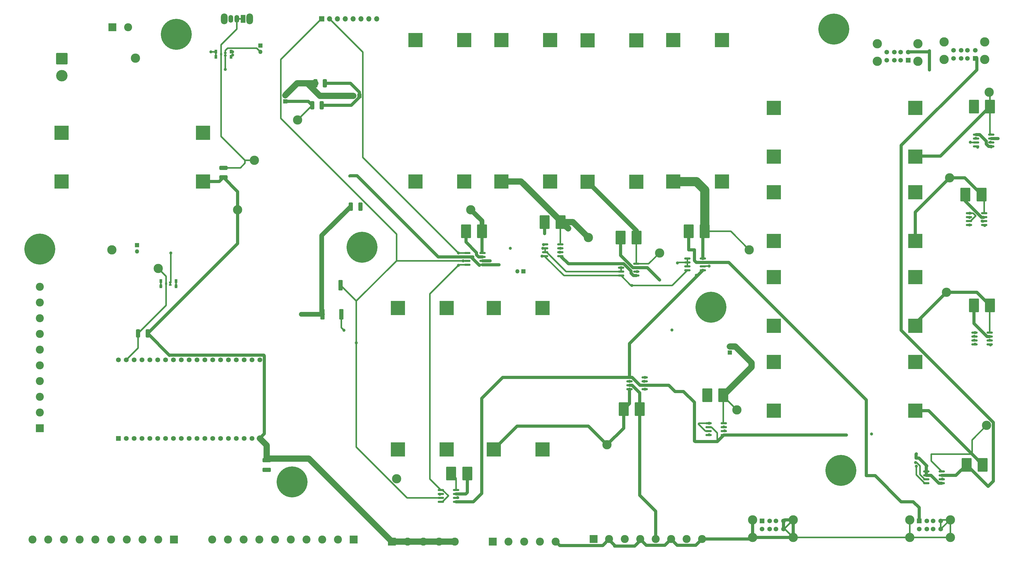
<source format=gtl>
%TF.GenerationSoftware,KiCad,Pcbnew,6.0.2+dfsg-1*%
%TF.CreationDate,2022-08-02T12:08:55-04:00*%
%TF.ProjectId,augertapowermanagement,61756765-7274-4617-906f-7765726d616e,rev?*%
%TF.SameCoordinates,Original*%
%TF.FileFunction,Copper,L1,Top*%
%TF.FilePolarity,Positive*%
%FSLAX46Y46*%
G04 Gerber Fmt 4.6, Leading zero omitted, Abs format (unit mm)*
G04 Created by KiCad (PCBNEW 6.0.2+dfsg-1) date 2022-08-02 12:08:55*
%MOMM*%
%LPD*%
G01*
G04 APERTURE LIST*
G04 Aperture macros list*
%AMRoundRect*
0 Rectangle with rounded corners*
0 $1 Rounding radius*
0 $2 $3 $4 $5 $6 $7 $8 $9 X,Y pos of 4 corners*
0 Add a 4 corners polygon primitive as box body*
4,1,4,$2,$3,$4,$5,$6,$7,$8,$9,$2,$3,0*
0 Add four circle primitives for the rounded corners*
1,1,$1+$1,$2,$3*
1,1,$1+$1,$4,$5*
1,1,$1+$1,$6,$7*
1,1,$1+$1,$8,$9*
0 Add four rect primitives between the rounded corners*
20,1,$1+$1,$2,$3,$4,$5,0*
20,1,$1+$1,$4,$5,$6,$7,0*
20,1,$1+$1,$6,$7,$8,$9,0*
20,1,$1+$1,$8,$9,$2,$3,0*%
G04 Aperture macros list end*
%TA.AperFunction,ComponentPad*%
%ADD10C,10.000000*%
%TD*%
%TA.AperFunction,SMDPad,CuDef*%
%ADD11RoundRect,0.150000X-0.825000X-0.150000X0.825000X-0.150000X0.825000X0.150000X-0.825000X0.150000X0*%
%TD*%
%TA.AperFunction,ComponentPad*%
%ADD12R,2.600000X2.600000*%
%TD*%
%TA.AperFunction,ComponentPad*%
%ADD13C,2.600000*%
%TD*%
%TA.AperFunction,ComponentPad*%
%ADD14C,3.000000*%
%TD*%
%TA.AperFunction,ComponentPad*%
%ADD15R,1.350000X1.350000*%
%TD*%
%TA.AperFunction,ComponentPad*%
%ADD16O,1.350000X1.350000*%
%TD*%
%TA.AperFunction,ComponentPad*%
%ADD17RoundRect,0.250002X-1.599998X-1.599998X1.599998X-1.599998X1.599998X1.599998X-1.599998X1.599998X0*%
%TD*%
%TA.AperFunction,ComponentPad*%
%ADD18C,3.700000*%
%TD*%
%TA.AperFunction,ComponentPad*%
%ADD19R,4.572000X4.572000*%
%TD*%
%TA.AperFunction,SMDPad,CuDef*%
%ADD20RoundRect,0.250000X-1.350000X-1.975000X1.350000X-1.975000X1.350000X1.975000X-1.350000X1.975000X0*%
%TD*%
%TA.AperFunction,SMDPad,CuDef*%
%ADD21RoundRect,0.250000X-0.412500X-1.100000X0.412500X-1.100000X0.412500X1.100000X-0.412500X1.100000X0*%
%TD*%
%TA.AperFunction,SMDPad,CuDef*%
%ADD22RoundRect,0.250000X0.400000X1.075000X-0.400000X1.075000X-0.400000X-1.075000X0.400000X-1.075000X0*%
%TD*%
%TA.AperFunction,SMDPad,CuDef*%
%ADD23RoundRect,0.250000X1.075000X-0.400000X1.075000X0.400000X-1.075000X0.400000X-1.075000X-0.400000X0*%
%TD*%
%TA.AperFunction,SMDPad,CuDef*%
%ADD24R,0.900000X1.250000*%
%TD*%
%TA.AperFunction,SMDPad,CuDef*%
%ADD25R,0.650000X0.650000*%
%TD*%
%TA.AperFunction,SMDPad,CuDef*%
%ADD26R,0.820000X0.600000*%
%TD*%
%TA.AperFunction,SMDPad,CuDef*%
%ADD27RoundRect,0.250000X1.350000X1.975000X-1.350000X1.975000X-1.350000X-1.975000X1.350000X-1.975000X0*%
%TD*%
%TA.AperFunction,SMDPad,CuDef*%
%ADD28RoundRect,0.250000X-1.100000X0.412500X-1.100000X-0.412500X1.100000X-0.412500X1.100000X0.412500X0*%
%TD*%
%TA.AperFunction,ComponentPad*%
%ADD29R,1.500000X1.500000*%
%TD*%
%TA.AperFunction,ComponentPad*%
%ADD30C,1.500000*%
%TD*%
%TA.AperFunction,SMDPad,CuDef*%
%ADD31RoundRect,0.249999X-0.450001X-1.425001X0.450001X-1.425001X0.450001X1.425001X-0.450001X1.425001X0*%
%TD*%
%TA.AperFunction,ComponentPad*%
%ADD32O,2.200000X3.500000*%
%TD*%
%TA.AperFunction,ComponentPad*%
%ADD33R,1.500000X2.500000*%
%TD*%
%TA.AperFunction,ComponentPad*%
%ADD34O,1.500000X2.500000*%
%TD*%
%TA.AperFunction,ComponentPad*%
%ADD35R,1.700000X1.700000*%
%TD*%
%TA.AperFunction,ComponentPad*%
%ADD36O,1.700000X1.700000*%
%TD*%
%TA.AperFunction,SMDPad,CuDef*%
%ADD37RoundRect,0.250000X-0.400000X-1.075000X0.400000X-1.075000X0.400000X1.075000X-0.400000X1.075000X0*%
%TD*%
%TA.AperFunction,ComponentPad*%
%ADD38R,1.560000X1.560000*%
%TD*%
%TA.AperFunction,ComponentPad*%
%ADD39C,1.560000*%
%TD*%
%TA.AperFunction,SMDPad,CuDef*%
%ADD40RoundRect,0.150000X0.825000X0.150000X-0.825000X0.150000X-0.825000X-0.150000X0.825000X-0.150000X0*%
%TD*%
%TA.AperFunction,ViaPad*%
%ADD41C,1.000000*%
%TD*%
%TA.AperFunction,Conductor*%
%ADD42C,1.000000*%
%TD*%
%TA.AperFunction,Conductor*%
%ADD43C,2.000000*%
%TD*%
%TA.AperFunction,Conductor*%
%ADD44C,0.500000*%
%TD*%
%TA.AperFunction,Conductor*%
%ADD45C,1.500000*%
%TD*%
%TA.AperFunction,Conductor*%
%ADD46C,3.000000*%
%TD*%
G04 APERTURE END LIST*
D10*
%TO.P,REF\u002A\u002A,1*%
%TO.N,-BATT*%
X303600000Y-334500000D03*
%TD*%
%TO.P,REF\u002A\u002A,1*%
%TO.N,-BATT*%
X190800000Y-315100000D03*
%TD*%
%TO.P,REF\u002A\u002A,1*%
%TO.N,-BATT*%
X130800000Y-246300000D03*
%TD*%
%TO.P,REF\u002A\u002A,1*%
%TO.N,-BATT*%
X345600000Y-387300000D03*
%TD*%
%TO.P,REF\u002A\u002A,1*%
%TO.N,-BATT*%
X86700000Y-315700000D03*
%TD*%
%TO.P,REF\u002A\u002A,1*%
%TO.N,-BATT*%
X343300000Y-244600000D03*
%TD*%
%TO.P,REF\u002A\u002A,1*%
%TO.N,-BATT*%
X168200000Y-391000000D03*
%TD*%
D11*
%TO.P,U14,1,A1*%
%TO.N,/power_conversion/SDA*%
X386997000Y-304125000D03*
%TO.P,U14,2,A0*%
%TO.N,-BATT*%
X386997000Y-305395000D03*
%TO.P,U14,3,SDA*%
%TO.N,/power_conversion/SDA*%
X386997000Y-306665000D03*
%TO.P,U14,4,SCL*%
%TO.N,/power_conversion/SCL*%
X386997000Y-307935000D03*
%TO.P,U14,5,VS*%
%TO.N,/power_conversion/pi 5v*%
X391947000Y-307935000D03*
%TO.P,U14,6,GND*%
%TO.N,-BATT*%
X391947000Y-306665000D03*
%TO.P,U14,7,IN-*%
%TO.N,/power_conversion/pi3*%
X391947000Y-305395000D03*
%TO.P,U14,8,IN+*%
%TO.N,Net-(R8-Pad2)*%
X391947000Y-304125000D03*
%TD*%
D12*
%TO.P,J10,1,Pin_1*%
%TO.N,Net-(J10-Pad1)*%
X130048000Y-409651000D03*
D13*
%TO.P,J10,2,Pin_2*%
%TO.N,Net-(J10-Pad2)*%
X124968000Y-409651000D03*
%TO.P,J10,3,Pin_3*%
%TO.N,Net-(J10-Pad3)*%
X119888000Y-409651000D03*
%TO.P,J10,4,Pin_4*%
%TO.N,Net-(J10-Pad4)*%
X114808000Y-409651000D03*
%TO.P,J10,5,Pin_5*%
%TO.N,Net-(J10-Pad5)*%
X109728000Y-409651000D03*
%TO.P,J10,6,Pin_6*%
%TO.N,Net-(J10-Pad6)*%
X104648000Y-409651000D03*
%TO.P,J10,7,Pin_7*%
%TO.N,Net-(J10-Pad7)*%
X99568000Y-409651000D03*
%TO.P,J10,8,Pin_8*%
%TO.N,Net-(J10-Pad8)*%
X94488000Y-409651000D03*
%TO.P,J10,9,Pin_9*%
%TO.N,Net-(J10-Pad9)*%
X89408000Y-409651000D03*
%TO.P,J10,10,Pin_10*%
%TO.N,/power_conversion/pi 5v*%
X84328000Y-409651000D03*
%TD*%
D14*
%TO.P,TP6,1,1*%
%TO.N,Net-(F1-Pad2)*%
X312000000Y-367750000D03*
%TD*%
D15*
%TO.P,JP5,1,A*%
%TO.N,+BATT*%
X157936000Y-249952000D03*
D16*
%TO.P,JP5,2,B*%
%TO.N,Net-(JP1-Pad1)*%
X157936000Y-251952000D03*
%TD*%
D17*
%TO.P,J2,1,1*%
%TO.N,-BATT*%
X93800000Y-254175000D03*
D18*
%TO.P,J2,2,2*%
%TO.N,+BATT*%
X93800000Y-259675000D03*
%TD*%
D19*
%TO.P,U8,1,Vin*%
%TO.N,Net-(F1-Pad2)*%
X323940000Y-270126000D03*
%TO.P,U8,2,GND*%
%TO.N,-BATT*%
X323940000Y-285874000D03*
%TO.P,U8,3,GND*%
X369660000Y-270126000D03*
%TO.P,U8,4,Vout*%
%TO.N,Net-(R6-Pad2)*%
X369660000Y-285874000D03*
%TD*%
D12*
%TO.P,J9,1,Pin_1*%
%TO.N,Net-(J9-Pad1)*%
X200439000Y-410261000D03*
D13*
%TO.P,J9,2,Pin_2*%
X205519000Y-410261000D03*
%TO.P,J9,3,Pin_3*%
X210599000Y-410261000D03*
%TO.P,J9,4,Pin_4*%
X215679000Y-410261000D03*
%TO.P,J9,5,Pin_5*%
X220759000Y-410261000D03*
%TD*%
D20*
%TO.P,R15,1*%
%TO.N,/power_conversion/spare2*%
X386208000Y-385456000D03*
%TO.P,R15,2*%
%TO.N,Net-(R15-Pad2)*%
X391408000Y-385456000D03*
%TD*%
D14*
%TO.P,TP9,1,1*%
%TO.N,Net-(R4-Pad2)*%
X379708000Y-329706000D03*
%TD*%
D20*
%TO.P,R3,1*%
%TO.N,/power_conversion/routerp*%
X302400000Y-363000000D03*
%TO.P,R3,2*%
%TO.N,Net-(F1-Pad2)*%
X307600000Y-363000000D03*
%TD*%
D11*
%TO.P,U3,1,A1*%
%TO.N,/power_conversion/SDA*%
X302839000Y-372017000D03*
%TO.P,U3,2,A0*%
%TO.N,/power_conversion/pi 5v*%
X302839000Y-373287000D03*
%TO.P,U3,3,SDA*%
%TO.N,/power_conversion/SDA*%
X302839000Y-374557000D03*
%TO.P,U3,4,SCL*%
%TO.N,/power_conversion/SCL*%
X302839000Y-375827000D03*
%TO.P,U3,5,VS*%
%TO.N,/power_conversion/pi 5v*%
X307789000Y-375827000D03*
%TO.P,U3,6,GND*%
%TO.N,-BATT*%
X307789000Y-374557000D03*
%TO.P,U3,7,IN-*%
%TO.N,/power_conversion/routerp*%
X307789000Y-373287000D03*
%TO.P,U3,8,IN+*%
%TO.N,Net-(F1-Pad2)*%
X307789000Y-372017000D03*
%TD*%
D19*
%TO.P,U9,1,Vin*%
%TO.N,Net-(F1-Pad2)*%
X251644666Y-248140000D03*
%TO.P,U9,2,GND*%
%TO.N,-BATT*%
X235896666Y-248140000D03*
%TO.P,U9,3,GND*%
X251644666Y-293860000D03*
%TO.P,U9,4,Vout*%
%TO.N,Net-(R7-Pad2)*%
X235896666Y-293860000D03*
%TD*%
D14*
%TO.P,TP12,1,1*%
%TO.N,Net-(R7-Pad2)*%
X264000000Y-312000000D03*
%TD*%
D19*
%TO.P,U12,1,Vin*%
%TO.N,Net-(F1-Pad2)*%
X323940000Y-297394000D03*
%TO.P,U12,2,GND*%
%TO.N,-BATT*%
X323940000Y-313142000D03*
%TO.P,U12,3,GND*%
X369660000Y-297394000D03*
%TO.P,U12,4,Vout*%
%TO.N,Net-(R8-Pad2)*%
X369660000Y-313142000D03*
%TD*%
D20*
%TO.P,R7,1*%
%TO.N,/power_conversion/N2*%
X249800000Y-307000000D03*
%TO.P,R7,2*%
%TO.N,Net-(R7-Pad2)*%
X255000000Y-307000000D03*
%TD*%
D21*
%TO.P,C1,1*%
%TO.N,/power_conversion/pi 5v*%
X187159500Y-302006000D03*
%TO.P,C1,2*%
%TO.N,-BATT*%
X190284500Y-302006000D03*
%TD*%
D22*
%TO.P,R1,1*%
%TO.N,Net-(J9-Pad1)*%
X121550000Y-343000000D03*
%TO.P,R1,2*%
%TO.N,Net-(Q2-Pad2)*%
X118450000Y-343000000D03*
%TD*%
D19*
%TO.P,U4,1,Vin*%
%TO.N,Net-(F1-Pad2)*%
X323940000Y-324826000D03*
%TO.P,U4,2,GND*%
%TO.N,-BATT*%
X323940000Y-340574000D03*
%TO.P,U4,3,GND*%
X369660000Y-324826000D03*
%TO.P,U4,4,Vout*%
%TO.N,Net-(R4-Pad2)*%
X369660000Y-340574000D03*
%TD*%
D14*
%TO.P,TP7,1,1*%
%TO.N,Net-(F1-Pad1)*%
X170000000Y-274000000D03*
%TD*%
%TO.P,TP3,1,1*%
%TO.N,Net-(Q1-Pad2)*%
X156000000Y-287000000D03*
%TD*%
D20*
%TO.P,R5,1*%
%TO.N,/power_conversion/N1*%
X224400000Y-310000000D03*
%TO.P,R5,2*%
%TO.N,Net-(R5-Pad2)*%
X229600000Y-310000000D03*
%TD*%
D14*
%TO.P,TP5,1,1*%
%TO.N,Net-(J9-Pad1)*%
X150622000Y-303022000D03*
%TD*%
D23*
%TO.P,R2,1*%
%TO.N,Net-(J9-Pad1)*%
X146000000Y-292550000D03*
%TO.P,R2,2*%
%TO.N,Net-(Q1-Pad2)*%
X146000000Y-289450000D03*
%TD*%
D19*
%TO.P,U5,1,Vin*%
%TO.N,Net-(F1-Pad2)*%
X223874000Y-248140000D03*
%TO.P,U5,2,GND*%
%TO.N,-BATT*%
X208126000Y-248140000D03*
%TO.P,U5,3,GND*%
X223874000Y-293860000D03*
%TO.P,U5,4,Vout*%
%TO.N,Net-(R5-Pad2)*%
X208126000Y-293860000D03*
%TD*%
D14*
%TO.P,TP16,1,1*%
%TO.N,Net-(R11-Pad2)*%
X316000000Y-316000000D03*
%TD*%
D20*
%TO.P,R6,1*%
%TO.N,/power_conversion/pi2*%
X388590000Y-269708000D03*
%TO.P,R6,2*%
%TO.N,Net-(R6-Pad2)*%
X393790000Y-269708000D03*
%TD*%
D19*
%TO.P,U20,1,Vin*%
%TO.N,Net-(JP3-Pad1)*%
X249174000Y-334772000D03*
%TO.P,U20,2,GND*%
%TO.N,-BATT*%
X233426000Y-334772000D03*
%TO.P,U20,3,GND*%
X249174000Y-380492000D03*
%TO.P,U20,4,Vout*%
%TO.N,Net-(R14-Pad2)*%
X233426000Y-380492000D03*
%TD*%
D11*
%TO.P,U10,1,A1*%
%TO.N,/power_conversion/pi 5v*%
X389283000Y-278725000D03*
%TO.P,U10,2,A0*%
%TO.N,-BATT*%
X389283000Y-279995000D03*
%TO.P,U10,3,SDA*%
%TO.N,/power_conversion/SDA*%
X389283000Y-281265000D03*
%TO.P,U10,4,SCL*%
%TO.N,/power_conversion/SCL*%
X389283000Y-282535000D03*
%TO.P,U10,5,VS*%
%TO.N,/power_conversion/pi 5v*%
X394233000Y-282535000D03*
%TO.P,U10,6,GND*%
%TO.N,-BATT*%
X394233000Y-281265000D03*
%TO.P,U10,7,IN-*%
%TO.N,/power_conversion/pi2*%
X394233000Y-279995000D03*
%TO.P,U10,8,IN+*%
%TO.N,Net-(R6-Pad2)*%
X394233000Y-278725000D03*
%TD*%
D15*
%TO.P,JP6,1,A*%
%TO.N,Net-(F1-Pad2)*%
X190000000Y-266208000D03*
D16*
%TO.P,JP6,2,B*%
%TO.N,/power_conversion/battery+*%
X188000000Y-266208000D03*
%TD*%
D14*
%TO.P,TP15,1,1*%
%TO.N,Net-(R10-Pad2)*%
X202000000Y-390000000D03*
%TD*%
%TO.P,TP1,1,1*%
%TO.N,+BATT*%
X117602000Y-254000000D03*
%TD*%
D19*
%TO.P,U13,1,Vin*%
%TO.N,Net-(F1-Pad2)*%
X279474000Y-248240000D03*
%TO.P,U13,2,GND*%
%TO.N,-BATT*%
X263726000Y-248240000D03*
%TO.P,U13,3,GND*%
X279474000Y-293960000D03*
%TO.P,U13,4,Vout*%
%TO.N,Net-(R9-Pad2)*%
X263726000Y-293960000D03*
%TD*%
D11*
%TO.P,U15,1,A1*%
%TO.N,/power_conversion/pi 5v*%
X274525000Y-320509000D03*
%TO.P,U15,2,A0*%
%TO.N,/power_conversion/SDA*%
X274525000Y-321779000D03*
%TO.P,U15,3,SDA*%
X274525000Y-323049000D03*
%TO.P,U15,4,SCL*%
%TO.N,/power_conversion/SCL*%
X274525000Y-324319000D03*
%TO.P,U15,5,VS*%
%TO.N,/power_conversion/pi 5v*%
X279475000Y-324319000D03*
%TO.P,U15,6,GND*%
%TO.N,-BATT*%
X279475000Y-323049000D03*
%TO.P,U15,7,IN-*%
%TO.N,/power_conversion/N3*%
X279475000Y-321779000D03*
%TO.P,U15,8,IN+*%
%TO.N,Net-(R9-Pad2)*%
X279475000Y-320509000D03*
%TD*%
D12*
%TO.P,J8,1,Pin_1*%
%TO.N,Net-(J8-Pad1)*%
X86705000Y-373660000D03*
D13*
%TO.P,J8,2,Pin_2*%
%TO.N,Net-(J8-Pad2)*%
X86705000Y-368580000D03*
%TO.P,J8,3,Pin_3*%
%TO.N,Net-(J8-Pad3)*%
X86705000Y-363500000D03*
%TO.P,J8,4,Pin_4*%
%TO.N,Net-(J8-Pad4)*%
X86705000Y-358420000D03*
%TO.P,J8,5,Pin_5*%
%TO.N,Net-(J8-Pad5)*%
X86705000Y-353340000D03*
%TO.P,J8,6,Pin_6*%
%TO.N,Net-(J8-Pad6)*%
X86705000Y-348260000D03*
%TO.P,J8,7,Pin_7*%
%TO.N,Net-(J8-Pad7)*%
X86705000Y-343180000D03*
%TO.P,J8,8,Pin_8*%
%TO.N,Net-(J8-Pad8)*%
X86705000Y-338100000D03*
%TO.P,J8,9,Pin_9*%
%TO.N,Net-(J8-Pad9)*%
X86705000Y-333020000D03*
%TO.P,J8,10,Pin_10*%
%TO.N,Net-(J8-Pad10)*%
X86705000Y-327940000D03*
%TD*%
D11*
%TO.P,U7,1,A1*%
%TO.N,/power_conversion/SCL*%
X224839000Y-316985000D03*
%TO.P,U7,2,A0*%
%TO.N,/power_conversion/pi 5v*%
X224839000Y-318255000D03*
%TO.P,U7,3,SDA*%
%TO.N,/power_conversion/SDA*%
X224839000Y-319525000D03*
%TO.P,U7,4,SCL*%
%TO.N,/power_conversion/SCL*%
X224839000Y-320795000D03*
%TO.P,U7,5,VS*%
%TO.N,/power_conversion/pi 5v*%
X229789000Y-320795000D03*
%TO.P,U7,6,GND*%
%TO.N,-BATT*%
X229789000Y-319525000D03*
%TO.P,U7,7,IN-*%
%TO.N,/power_conversion/N1*%
X229789000Y-318255000D03*
%TO.P,U7,8,IN+*%
%TO.N,Net-(R5-Pad2)*%
X229789000Y-316985000D03*
%TD*%
D12*
%TO.P,J1,1,Pin_1*%
%TO.N,-BATT*%
X110155000Y-244005000D03*
D13*
%TO.P,J1,2,Pin_2*%
%TO.N,+BATT*%
X115235000Y-244005000D03*
%TD*%
D14*
%TO.P,TP17,1,1*%
%TO.N,Net-(R14-Pad2)*%
X270000000Y-379000000D03*
%TD*%
D20*
%TO.P,R4,1*%
%TO.N,/power_conversion/pi1*%
X388590000Y-333970000D03*
%TO.P,R4,2*%
%TO.N,Net-(R4-Pad2)*%
X393790000Y-333970000D03*
%TD*%
D14*
%TO.P,TP13,1,1*%
%TO.N,Net-(R8-Pad2)*%
X380708000Y-292706000D03*
%TD*%
D24*
%TO.P,Q2,1,D*%
%TO.N,Net-(JP1-Pad1)*%
X130725000Y-327723000D03*
X125815000Y-327723000D03*
X130725000Y-326073000D03*
X125815000Y-326073000D03*
D25*
%TO.P,Q2,2,G*%
%TO.N,Net-(Q2-Pad2)*%
X127505000Y-326898000D03*
D26*
%TO.P,Q2,3,S*%
%TO.N,/power_conversion/battery+*%
X128895000Y-327313000D03*
X128895000Y-326483000D03*
%TD*%
D27*
%TO.P,R10,1*%
%TO.N,/power_conversion/netpw*%
X224850000Y-388250000D03*
%TO.P,R10,2*%
%TO.N,Net-(R10-Pad2)*%
X219650000Y-388250000D03*
%TD*%
D28*
%TO.P,C2,1*%
%TO.N,Net-(J9-Pad1)*%
X160000000Y-384000000D03*
%TO.P,C2,2*%
%TO.N,-BATT*%
X160000000Y-387125000D03*
%TD*%
D29*
%TO.P,J6,1,VBUS1*%
%TO.N,/power_conversion/pi2*%
X367400000Y-254680000D03*
D30*
%TO.P,J6,2,D1-*%
%TO.N,unconnected-(J6-Pad2)*%
X364900000Y-254680000D03*
%TO.P,J6,3,D1+*%
%TO.N,unconnected-(J6-Pad3)*%
X362900000Y-254680000D03*
%TO.P,J6,4,GND1*%
%TO.N,-BATT*%
X360400000Y-254680000D03*
%TO.P,J6,5,VBUS2*%
%TO.N,/power_conversion/pi1*%
X367400000Y-252060000D03*
%TO.P,J6,6,D2-*%
%TO.N,unconnected-(J6-Pad6)*%
X364900000Y-252060000D03*
%TO.P,J6,7,D2+*%
%TO.N,unconnected-(J6-Pad7)*%
X362900000Y-252060000D03*
%TO.P,J6,8,GND2*%
%TO.N,-BATT*%
X360400000Y-252060000D03*
D14*
%TO.P,J6,9,Shield*%
X370470000Y-255030000D03*
X357330000Y-255030000D03*
X357330000Y-249350000D03*
X370470000Y-249350000D03*
%TD*%
D15*
%TO.P,JP3,1,A*%
%TO.N,Net-(JP3-Pad1)*%
X243000000Y-322900000D03*
D16*
%TO.P,JP3,2,B*%
%TO.N,Net-(F1-Pad2)*%
X241000000Y-322900000D03*
%TD*%
D19*
%TO.P,U17,1,Vin*%
%TO.N,Net-(F1-Pad2)*%
X307186000Y-248140000D03*
%TO.P,U17,2,GND*%
%TO.N,-BATT*%
X291438000Y-248140000D03*
%TO.P,U17,3,GND*%
X307186000Y-293860000D03*
%TO.P,U17,4,Vout*%
%TO.N,Net-(R11-Pad2)*%
X291438000Y-293860000D03*
%TD*%
D11*
%TO.P,U18,1,A1*%
%TO.N,/power_conversion/SCL*%
X216275000Y-393595000D03*
%TO.P,U18,2,A0*%
%TO.N,-BATT*%
X216275000Y-394865000D03*
%TO.P,U18,3,SDA*%
%TO.N,/power_conversion/SDA*%
X216275000Y-396135000D03*
%TO.P,U18,4,SCL*%
%TO.N,/power_conversion/SCL*%
X216275000Y-397405000D03*
%TO.P,U18,5,VS*%
%TO.N,/power_conversion/pi 5v*%
X221225000Y-397405000D03*
%TO.P,U18,6,GND*%
%TO.N,-BATT*%
X221225000Y-396135000D03*
%TO.P,U18,7,IN-*%
%TO.N,/power_conversion/netpw*%
X221225000Y-394865000D03*
%TO.P,U18,8,IN+*%
%TO.N,Net-(R10-Pad2)*%
X221225000Y-393595000D03*
%TD*%
D31*
%TO.P,R13,1*%
%TO.N,/power_conversion/pi 5v*%
X177796000Y-327406000D03*
%TO.P,R13,2*%
%TO.N,/power_conversion/SDA*%
X183896000Y-327406000D03*
%TD*%
D29*
%TO.P,J3,1,VBUS1*%
%TO.N,/power_conversion/N4*%
X370896000Y-403584000D03*
D30*
%TO.P,J3,2,D1-*%
%TO.N,unconnected-(J3-Pad2)*%
X373396000Y-403584000D03*
%TO.P,J3,3,D1+*%
%TO.N,unconnected-(J3-Pad3)*%
X375396000Y-403584000D03*
%TO.P,J3,4,GND1*%
%TO.N,-BATT*%
X377896000Y-403584000D03*
%TO.P,J3,5,VBUS2*%
%TO.N,/power_conversion/N3*%
X370896000Y-406204000D03*
%TO.P,J3,6,D2-*%
%TO.N,unconnected-(J3-Pad6)*%
X373396000Y-406204000D03*
%TO.P,J3,7,D2+*%
%TO.N,unconnected-(J3-Pad7)*%
X375396000Y-406204000D03*
%TO.P,J3,8,GND2*%
%TO.N,-BATT*%
X377896000Y-406204000D03*
D14*
%TO.P,J3,9,Shield*%
X367826000Y-408914000D03*
X380966000Y-408914000D03*
X367826000Y-403234000D03*
X380966000Y-403234000D03*
%TD*%
D20*
%TO.P,R8,1*%
%TO.N,/power_conversion/pi3*%
X385856000Y-298156000D03*
%TO.P,R8,2*%
%TO.N,Net-(R8-Pad2)*%
X391056000Y-298156000D03*
%TD*%
D11*
%TO.P,U19,1,A1*%
%TO.N,/power_conversion/SDA*%
X296017000Y-318763000D03*
%TO.P,U19,2,A0*%
X296017000Y-320033000D03*
%TO.P,U19,3,SDA*%
X296017000Y-321303000D03*
%TO.P,U19,4,SCL*%
%TO.N,/power_conversion/SCL*%
X296017000Y-322573000D03*
%TO.P,U19,5,VS*%
%TO.N,/power_conversion/pi 5v*%
X300967000Y-322573000D03*
%TO.P,U19,6,GND*%
%TO.N,-BATT*%
X300967000Y-321303000D03*
%TO.P,U19,7,IN-*%
%TO.N,/power_conversion/N4*%
X300967000Y-320033000D03*
%TO.P,U19,8,IN+*%
%TO.N,Net-(R11-Pad2)*%
X300967000Y-318763000D03*
%TD*%
D27*
%TO.P,R14,1*%
%TO.N,/power_conversion/spare1*%
X280600000Y-367500000D03*
%TO.P,R14,2*%
%TO.N,Net-(R14-Pad2)*%
X275400000Y-367500000D03*
%TD*%
D11*
%TO.P,U6,1,A1*%
%TO.N,-BATT*%
X388775000Y-342733000D03*
%TO.P,U6,2,A0*%
X388775000Y-344003000D03*
%TO.P,U6,3,SDA*%
%TO.N,/power_conversion/SDA*%
X388775000Y-345273000D03*
%TO.P,U6,4,SCL*%
%TO.N,/power_conversion/SCL*%
X388775000Y-346543000D03*
%TO.P,U6,5,VS*%
%TO.N,/power_conversion/pi 5v*%
X393725000Y-346543000D03*
%TO.P,U6,6,GND*%
%TO.N,-BATT*%
X393725000Y-345273000D03*
%TO.P,U6,7,IN-*%
%TO.N,/power_conversion/pi1*%
X393725000Y-344003000D03*
%TO.P,U6,8,IN+*%
%TO.N,Net-(R4-Pad2)*%
X393725000Y-342733000D03*
%TD*%
D29*
%TO.P,J5,1,VBUS1*%
%TO.N,/power_conversion/spare2*%
X389000000Y-254098000D03*
D30*
%TO.P,J5,2,D1-*%
%TO.N,unconnected-(J5-Pad2)*%
X386500000Y-254098000D03*
%TO.P,J5,3,D1+*%
%TO.N,unconnected-(J5-Pad3)*%
X384500000Y-254098000D03*
%TO.P,J5,4,GND1*%
%TO.N,-BATT*%
X382000000Y-254098000D03*
%TO.P,J5,5,VBUS2*%
%TO.N,/power_conversion/pi3*%
X389000000Y-251478000D03*
%TO.P,J5,6,D2-*%
%TO.N,unconnected-(J5-Pad6)*%
X386500000Y-251478000D03*
%TO.P,J5,7,D2+*%
%TO.N,unconnected-(J5-Pad7)*%
X384500000Y-251478000D03*
%TO.P,J5,8,GND2*%
%TO.N,-BATT*%
X382000000Y-251478000D03*
D14*
%TO.P,J5,9,Shield*%
X392070000Y-248768000D03*
X378930000Y-248768000D03*
X378930000Y-254448000D03*
X392070000Y-254448000D03*
%TD*%
D32*
%TO.P,SW1,*%
%TO.N,*%
X154500000Y-241300000D03*
X146300000Y-241300000D03*
D33*
%TO.P,SW1,1,A*%
%TO.N,Net-(Q1-Pad2)*%
X152400000Y-241300000D03*
D34*
%TO.P,SW1,2,B*%
X150400000Y-241300000D03*
%TO.P,SW1,3,C*%
%TO.N,-BATT*%
X148400000Y-241300000D03*
%TD*%
D14*
%TO.P,TP18,1,1*%
%TO.N,Net-(R15-Pad2)*%
X392708000Y-372706000D03*
%TD*%
D15*
%TO.P,JP4,1,A*%
%TO.N,Net-(JP4-Pad1)*%
X309700000Y-349200000D03*
D16*
%TO.P,JP4,2,B*%
%TO.N,Net-(F1-Pad2)*%
X309700000Y-347200000D03*
%TD*%
D31*
%TO.P,R12,1*%
%TO.N,/power_conversion/pi 5v*%
X178052000Y-336804000D03*
%TO.P,R12,2*%
%TO.N,/power_conversion/SCL*%
X184152000Y-336804000D03*
%TD*%
D11*
%TO.P,U11,1,A1*%
%TO.N,-BATT*%
X249985000Y-314239000D03*
%TO.P,U11,2,A0*%
%TO.N,/power_conversion/SDA*%
X249985000Y-315509000D03*
%TO.P,U11,3,SDA*%
X249985000Y-316779000D03*
%TO.P,U11,4,SCL*%
%TO.N,/power_conversion/SCL*%
X249985000Y-318049000D03*
%TO.P,U11,5,VS*%
%TO.N,/power_conversion/pi 5v*%
X254935000Y-318049000D03*
%TO.P,U11,6,GND*%
%TO.N,-BATT*%
X254935000Y-316779000D03*
%TO.P,U11,7,IN-*%
%TO.N,/power_conversion/N2*%
X254935000Y-315509000D03*
%TO.P,U11,8,IN+*%
%TO.N,Net-(R7-Pad2)*%
X254935000Y-314239000D03*
%TD*%
D35*
%TO.P,U24,1,SDA*%
%TO.N,/power_conversion/SDA*%
X177800000Y-241300000D03*
D36*
%TO.P,U24,2,SCL*%
%TO.N,/power_conversion/SCL*%
X180340000Y-241300000D03*
%TO.P,U24,3,Alert*%
%TO.N,unconnected-(U24-Pad3)*%
X182880000Y-241300000D03*
%TO.P,U24,4,GND*%
%TO.N,-BATT*%
X185420000Y-241300000D03*
%TO.P,U24,5,A2*%
%TO.N,unconnected-(U24-Pad5)*%
X187960000Y-241300000D03*
%TO.P,U24,6,A1*%
%TO.N,unconnected-(U24-Pad6)*%
X190500000Y-241300000D03*
%TO.P,U24,7,A0*%
%TO.N,unconnected-(U24-Pad7)*%
X193040000Y-241300000D03*
%TO.P,U24,8,VDD*%
%TO.N,/power_conversion/pi 5v*%
X195580000Y-241300000D03*
%TD*%
D12*
%TO.P,J12,1,Pin_1*%
%TO.N,-BATT*%
X233094500Y-410261000D03*
D13*
%TO.P,J12,2,Pin_2*%
X238174500Y-410261000D03*
%TO.P,J12,3,Pin_3*%
X243254500Y-410261000D03*
%TO.P,J12,4,Pin_4*%
X248334500Y-410261000D03*
%TO.P,J12,5,Pin_5*%
X253414500Y-410261000D03*
%TD*%
D37*
%TO.P,F1,1*%
%TO.N,Net-(F1-Pad1)*%
X174726000Y-269240000D03*
%TO.P,F1,2*%
%TO.N,Net-(F1-Pad2)*%
X177826000Y-269240000D03*
%TD*%
D38*
%TO.P,U2,1,3V3*%
%TO.N,/power_conversion/pi 5v*%
X112066000Y-376936000D03*
D39*
%TO.P,U2,2,EN*%
%TO.N,Net-(J10-Pad9)*%
X114606000Y-376936000D03*
%TO.P,U2,3,SENSOR_VP*%
%TO.N,Net-(J10-Pad8)*%
X117146000Y-376936000D03*
%TO.P,U2,4,SENSOR_VN*%
%TO.N,Net-(J10-Pad7)*%
X119686000Y-376936000D03*
%TO.P,U2,5,IO34*%
%TO.N,Net-(J10-Pad6)*%
X122226000Y-376936000D03*
%TO.P,U2,6,IO35*%
%TO.N,Net-(J10-Pad5)*%
X124766000Y-376936000D03*
%TO.P,U2,7,IO32*%
%TO.N,Net-(J10-Pad4)*%
X127306000Y-376936000D03*
%TO.P,U2,8,IO33*%
%TO.N,Net-(J10-Pad3)*%
X129846000Y-376936000D03*
%TO.P,U2,9,IO25*%
%TO.N,Net-(J10-Pad2)*%
X132386000Y-376936000D03*
%TO.P,U2,10,IO26*%
%TO.N,Net-(J10-Pad1)*%
X134926000Y-376936000D03*
%TO.P,U2,11,IO27*%
%TO.N,Net-(J11-Pad10)*%
X137466000Y-376936000D03*
%TO.P,U2,12,IO14*%
%TO.N,Net-(J11-Pad9)*%
X140006000Y-376936000D03*
%TO.P,U2,13,IO12*%
%TO.N,Net-(J11-Pad8)*%
X142546000Y-376936000D03*
%TO.P,U2,14,GND1*%
%TO.N,-BATT*%
X145086000Y-376936000D03*
%TO.P,U2,15,IO13*%
%TO.N,Net-(J11-Pad7)*%
X147626000Y-376936000D03*
%TO.P,U2,16,SD2*%
%TO.N,Net-(J11-Pad6)*%
X150166000Y-376936000D03*
%TO.P,U2,17,SD3*%
%TO.N,Net-(J11-Pad5)*%
X152706000Y-376936000D03*
%TO.P,U2,18,CMD*%
%TO.N,Net-(J11-Pad4)*%
X155246000Y-376936000D03*
%TO.P,U2,19,EXT_5V*%
%TO.N,Net-(J9-Pad1)*%
X157786000Y-376936000D03*
%TO.P,U2,20,GND3*%
%TO.N,unconnected-(U2-Pad20)*%
X112066000Y-351536000D03*
%TO.P,U2,21,IO23*%
%TO.N,Net-(Q2-Pad2)*%
X114606000Y-351536000D03*
%TO.P,U2,22,SCL*%
%TO.N,/power_conversion/SCL*%
X117146000Y-351536000D03*
%TO.P,U2,23,TXD0*%
%TO.N,unconnected-(U2-Pad23)*%
X119686000Y-351536000D03*
%TO.P,U2,24,RXD0*%
%TO.N,unconnected-(U2-Pad24)*%
X122226000Y-351536000D03*
%TO.P,U2,25,SDA*%
%TO.N,/power_conversion/SDA*%
X124766000Y-351536000D03*
%TO.P,U2,26,GND2*%
%TO.N,Net-(J8-Pad1)*%
X127306000Y-351536000D03*
%TO.P,U2,27,IO19*%
%TO.N,Net-(J8-Pad2)*%
X129846000Y-351536000D03*
%TO.P,U2,28,IO18*%
%TO.N,Net-(J8-Pad3)*%
X132386000Y-351536000D03*
%TO.P,U2,29,IO5*%
%TO.N,Net-(J8-Pad4)*%
X134926000Y-351536000D03*
%TO.P,U2,30,IO17*%
%TO.N,Net-(J8-Pad5)*%
X137466000Y-351536000D03*
%TO.P,U2,31,IO16*%
%TO.N,Net-(J8-Pad6)*%
X140006000Y-351536000D03*
%TO.P,U2,32,IO4*%
%TO.N,Net-(J8-Pad7)*%
X142546000Y-351536000D03*
%TO.P,U2,33,IO0*%
%TO.N,Net-(J8-Pad8)*%
X145086000Y-351536000D03*
%TO.P,U2,34,IO2*%
%TO.N,Net-(J8-Pad9)*%
X147626000Y-351536000D03*
%TO.P,U2,35,IO15*%
%TO.N,Net-(J8-Pad10)*%
X150166000Y-351536000D03*
%TO.P,U2,36,SD1*%
%TO.N,Net-(J11-Pad1)*%
X152706000Y-351536000D03*
%TO.P,U2,37,SD0*%
%TO.N,Net-(J11-Pad2)*%
X155246000Y-351536000D03*
%TO.P,U2,38,CLK*%
%TO.N,Net-(J11-Pad3)*%
X157786000Y-351536000D03*
%TD*%
D20*
%TO.P,R9,1*%
%TO.N,/power_conversion/N3*%
X274400000Y-312000000D03*
%TO.P,R9,2*%
%TO.N,Net-(R9-Pad2)*%
X279600000Y-312000000D03*
%TD*%
D24*
%TO.P,Q1,1,D*%
%TO.N,+BATT*%
X143595000Y-251905000D03*
X148505000Y-251905000D03*
X143595000Y-253555000D03*
X148505000Y-253555000D03*
D25*
%TO.P,Q1,2,G*%
%TO.N,Net-(Q1-Pad2)*%
X145285000Y-252730000D03*
D26*
%TO.P,Q1,3,S*%
%TO.N,Net-(JP1-Pad1)*%
X146675000Y-253145000D03*
X146675000Y-252315000D03*
%TD*%
D37*
%TO.P,F2,1*%
%TO.N,/power_conversion/battery+*%
X175742000Y-262128000D03*
%TO.P,F2,2*%
%TO.N,Net-(F1-Pad2)*%
X178842000Y-262128000D03*
%TD*%
D15*
%TO.P,JP2,1,A*%
%TO.N,Net-(F1-Pad1)*%
X166000000Y-268000000D03*
D16*
%TO.P,JP2,2,B*%
%TO.N,/power_conversion/battery+*%
X166000000Y-266000000D03*
%TD*%
D40*
%TO.P,U21,1,A1*%
%TO.N,-BATT*%
X282193000Y-361023000D03*
%TO.P,U21,2,A0*%
%TO.N,/power_conversion/pi 5v*%
X282193000Y-359753000D03*
%TO.P,U21,3,SDA*%
%TO.N,/power_conversion/SDA*%
X282193000Y-358483000D03*
%TO.P,U21,4,SCL*%
%TO.N,/power_conversion/SCL*%
X282193000Y-357213000D03*
%TO.P,U21,5,VS*%
%TO.N,/power_conversion/pi 5v*%
X277243000Y-357213000D03*
%TO.P,U21,6,GND*%
%TO.N,-BATT*%
X277243000Y-358483000D03*
%TO.P,U21,7,IN-*%
%TO.N,/power_conversion/spare1*%
X277243000Y-359753000D03*
%TO.P,U21,8,IN+*%
%TO.N,Net-(R14-Pad2)*%
X277243000Y-361023000D03*
%TD*%
D19*
%TO.P,U22,1,Vin*%
%TO.N,Net-(JP4-Pad1)*%
X323940000Y-352258000D03*
%TO.P,U22,2,GND*%
%TO.N,-BATT*%
X323940000Y-368006000D03*
%TO.P,U22,3,GND*%
X369660000Y-352258000D03*
%TO.P,U22,4,Vout*%
%TO.N,Net-(R15-Pad2)*%
X369660000Y-368006000D03*
%TD*%
D14*
%TO.P,TP10,1,1*%
%TO.N,Net-(R5-Pad2)*%
X226000000Y-303000000D03*
%TD*%
D29*
%TO.P,J4,1,VBUS1*%
%TO.N,/power_conversion/N1*%
X320096000Y-403584000D03*
D30*
%TO.P,J4,2,D1-*%
%TO.N,unconnected-(J4-Pad2)*%
X322596000Y-403584000D03*
%TO.P,J4,3,D1+*%
%TO.N,unconnected-(J4-Pad3)*%
X324596000Y-403584000D03*
%TO.P,J4,4,GND1*%
%TO.N,-BATT*%
X327096000Y-403584000D03*
%TO.P,J4,5,VBUS2*%
%TO.N,/power_conversion/N2*%
X320096000Y-406204000D03*
%TO.P,J4,6,D2-*%
%TO.N,unconnected-(J4-Pad6)*%
X322596000Y-406204000D03*
%TO.P,J4,7,D2+*%
%TO.N,unconnected-(J4-Pad7)*%
X324596000Y-406204000D03*
%TO.P,J4,8,GND2*%
%TO.N,-BATT*%
X327096000Y-406204000D03*
D14*
%TO.P,J4,9,Shield*%
X317026000Y-408914000D03*
X330166000Y-408914000D03*
X317026000Y-403234000D03*
X330166000Y-403234000D03*
%TD*%
D20*
%TO.P,R11,1*%
%TO.N,/power_conversion/N4*%
X296400000Y-310000000D03*
%TO.P,R11,2*%
%TO.N,Net-(R11-Pad2)*%
X301600000Y-310000000D03*
%TD*%
D12*
%TO.P,J11,1,Pin_1*%
%TO.N,Net-(J11-Pad1)*%
X188103500Y-409651000D03*
D13*
%TO.P,J11,2,Pin_2*%
%TO.N,Net-(J11-Pad2)*%
X183023500Y-409651000D03*
%TO.P,J11,3,Pin_3*%
%TO.N,Net-(J11-Pad3)*%
X177943500Y-409651000D03*
%TO.P,J11,4,Pin_4*%
%TO.N,Net-(J11-Pad4)*%
X172863500Y-409651000D03*
%TO.P,J11,5,Pin_5*%
%TO.N,Net-(J11-Pad5)*%
X167783500Y-409651000D03*
%TO.P,J11,6,Pin_6*%
%TO.N,Net-(J11-Pad6)*%
X162703500Y-409651000D03*
%TO.P,J11,7,Pin_7*%
%TO.N,Net-(J11-Pad7)*%
X157623500Y-409651000D03*
%TO.P,J11,8,Pin_8*%
%TO.N,Net-(J11-Pad8)*%
X152543500Y-409651000D03*
%TO.P,J11,9,Pin_9*%
%TO.N,Net-(J11-Pad9)*%
X147463500Y-409651000D03*
%TO.P,J11,10,Pin_10*%
%TO.N,Net-(J11-Pad10)*%
X142383500Y-409651000D03*
%TD*%
D19*
%TO.P,U16,1,Vin*%
%TO.N,Net-(F1-Pad2)*%
X218186000Y-334772000D03*
%TO.P,U16,2,GND*%
%TO.N,-BATT*%
X202438000Y-334772000D03*
%TO.P,U16,3,GND*%
X218186000Y-380492000D03*
%TO.P,U16,4,Vout*%
%TO.N,Net-(R10-Pad2)*%
X202438000Y-380492000D03*
%TD*%
D14*
%TO.P,TP8,1,1*%
%TO.N,/power_conversion/battery+*%
X110000000Y-316000000D03*
%TD*%
D15*
%TO.P,JP1,1,A*%
%TO.N,Net-(JP1-Pad1)*%
X118058000Y-314468000D03*
D16*
%TO.P,JP1,2,B*%
%TO.N,/power_conversion/battery+*%
X118058000Y-316468000D03*
%TD*%
D19*
%TO.P,U1,1,Vin*%
%TO.N,+BATT*%
X93726000Y-278130000D03*
%TO.P,U1,2,GND*%
%TO.N,-BATT*%
X93726000Y-293878000D03*
%TO.P,U1,3,GND*%
X139446000Y-278130000D03*
%TO.P,U1,4,Vout*%
%TO.N,Net-(J9-Pad1)*%
X139446000Y-293878000D03*
%TD*%
D14*
%TO.P,TP14,1,1*%
%TO.N,Net-(R9-Pad2)*%
X287000000Y-317000000D03*
%TD*%
%TO.P,TP4,1,1*%
%TO.N,Net-(Q2-Pad2)*%
X125000000Y-322000000D03*
%TD*%
%TO.P,TP11,1,1*%
%TO.N,Net-(R6-Pad2)*%
X393500000Y-265000000D03*
%TD*%
D12*
%TO.P,J7,1,Pin_1*%
%TO.N,unconnected-(J7-Pad1)*%
X265710000Y-409456000D03*
D13*
%TO.P,J7,2,Pin_2*%
%TO.N,-BATT*%
X270710000Y-409456000D03*
%TO.P,J7,3,Pin_3*%
%TO.N,/power_conversion/routerp*%
X275710000Y-409456000D03*
%TO.P,J7,4,Pin_4*%
%TO.N,-BATT*%
X280710000Y-409456000D03*
%TO.P,J7,5,Pin_5*%
%TO.N,/power_conversion/spare1*%
X285710000Y-409456000D03*
%TO.P,J7,6,Pin_6*%
%TO.N,-BATT*%
X290710000Y-409456000D03*
%TO.P,J7,7,Pin_7*%
%TO.N,/power_conversion/netpw*%
X295710000Y-409456000D03*
%TO.P,J7,8,Pin_8*%
%TO.N,-BATT*%
X300710000Y-409456000D03*
%TD*%
D11*
%TO.P,U23,1,A1*%
%TO.N,/power_conversion/pi 5v*%
X373225000Y-387595000D03*
%TO.P,U23,2,A0*%
X373225000Y-388865000D03*
%TO.P,U23,3,SDA*%
%TO.N,/power_conversion/SDA*%
X373225000Y-390135000D03*
%TO.P,U23,4,SCL*%
%TO.N,/power_conversion/SCL*%
X373225000Y-391405000D03*
%TO.P,U23,5,VS*%
%TO.N,/power_conversion/pi 5v*%
X378175000Y-391405000D03*
%TO.P,U23,6,GND*%
%TO.N,-BATT*%
X378175000Y-390135000D03*
%TO.P,U23,7,IN-*%
%TO.N,/power_conversion/spare2*%
X378175000Y-388865000D03*
%TO.P,U23,8,IN+*%
%TO.N,Net-(R15-Pad2)*%
X378175000Y-387595000D03*
%TD*%
D41*
%TO.N,/power_conversion/pi 5v*%
X347373000Y-375827000D03*
%TO.N,/power_conversion/pi2*%
X396400000Y-280000000D03*
%TO.N,/power_conversion/pi3*%
X385856000Y-298156000D03*
%TO.N,/power_conversion/pi1*%
X374258000Y-257856000D03*
X388590000Y-333970000D03*
%TO.N,/power_conversion/pi 5v*%
X255250000Y-318250000D03*
X235095000Y-320795000D03*
%TO.N,/power_conversion/N3*%
X291000000Y-341900000D03*
%TO.N,/power_conversion/SDA*%
X387458000Y-281206000D03*
X387289000Y-304125000D03*
%TO.N,/power_conversion/pi2*%
X388458000Y-269706000D03*
%TO.N,-BATT*%
X393958000Y-281206000D03*
X389208000Y-279956000D03*
%TO.N,/power_conversion/SCL*%
X389807511Y-282805511D03*
%TO.N,/power_conversion/pi 5v*%
X394208000Y-282706000D03*
X392083000Y-308081000D03*
%TO.N,-BATT*%
X387208000Y-305456000D03*
X391208000Y-306706000D03*
%TO.N,/power_conversion/SCL*%
X387208000Y-307956000D03*
%TO.N,/power_conversion/pi 5v*%
X393958000Y-346706000D03*
%TO.N,-BATT*%
X393708000Y-345206000D03*
X388958000Y-342706000D03*
X388708000Y-343956000D03*
%TO.N,/power_conversion/SCL*%
X388958000Y-346456000D03*
%TO.N,/power_conversion/SDA*%
X388708000Y-345206000D03*
X369708000Y-384706000D03*
%TO.N,/power_conversion/SCL*%
X369958000Y-385956000D03*
%TO.N,/power_conversion/pi 5v*%
X369958000Y-381956000D03*
X355535000Y-375533000D03*
%TO.N,-BATT*%
X378400000Y-390100000D03*
%TO.N,/power_conversion/routerp*%
X307750000Y-373250000D03*
X302500000Y-362750000D03*
%TO.N,/power_conversion/SDA*%
X303000000Y-372000000D03*
%TO.N,/power_conversion/SCL*%
X303000000Y-375750000D03*
%TO.N,-BATT*%
X282250000Y-361000000D03*
X277250000Y-358500000D03*
%TO.N,Net-(R10-Pad2)*%
X219000000Y-388000000D03*
%TO.N,-BATT*%
X221750000Y-396100000D03*
X216000000Y-395000000D03*
%TO.N,/power_conversion/netpw*%
X224250000Y-388250000D03*
%TO.N,/power_conversion/SCL*%
X282250000Y-357250000D03*
X278000000Y-327500000D03*
%TO.N,/power_conversion/N3*%
X287000000Y-325750000D03*
%TO.N,/power_conversion/SDA*%
X282000000Y-358500000D03*
%TO.N,-BATT*%
X159750000Y-387250000D03*
X190250000Y-302000000D03*
X308000000Y-374500000D03*
X303000000Y-321250000D03*
X279750000Y-323000000D03*
X254750000Y-316750000D03*
X249500000Y-314250000D03*
X232250000Y-319500000D03*
%TO.N,/power_conversion/N2*%
X249800000Y-310700000D03*
%TO.N,/power_conversion/pi 5v*%
X279475000Y-324319000D03*
X298900000Y-324200000D03*
%TO.N,/power_conversion/SDA*%
X292750000Y-320250000D03*
X274525000Y-321779000D03*
%TO.N,/power_conversion/N2*%
X254935000Y-315509000D03*
%TO.N,/power_conversion/N1*%
X229789000Y-318255000D03*
%TO.N,/power_conversion/SDA*%
X249250000Y-315500000D03*
X238750000Y-315500000D03*
%TO.N,/power_conversion/SCL*%
X249000000Y-318000000D03*
%TO.N,/power_conversion/SDA*%
X223475000Y-319525000D03*
%TO.N,/power_conversion/pi 5v*%
X171000000Y-337000000D03*
X186875489Y-292124511D03*
X187082750Y-302082750D03*
%TO.N,/power_conversion/battery+*%
X129000000Y-317000000D03*
%TO.N,+BATT*%
X142000000Y-252000000D03*
X149000000Y-253000000D03*
X149000000Y-252000000D03*
%TO.N,Net-(JP1-Pad1)*%
X125815000Y-327723000D03*
X130725000Y-327723000D03*
X146675000Y-257675000D03*
%TO.N,/power_conversion/SCL*%
X222000000Y-317000000D03*
X185000000Y-342000000D03*
X222000000Y-321000000D03*
%TO.N,/power_conversion/SDA*%
X189000000Y-346000000D03*
%TD*%
D42*
%TO.N,/power_conversion/pi 5v*%
X307789000Y-375827000D02*
X347373000Y-375827000D01*
%TO.N,/power_conversion/pi2*%
X394233000Y-279995000D02*
X396395000Y-279995000D01*
X396395000Y-279995000D02*
X396400000Y-280000000D01*
%TO.N,/power_conversion/N4*%
X300967000Y-320033000D02*
X309370022Y-320033000D01*
X309370022Y-320033000D02*
X353800000Y-364462978D01*
X356702579Y-389000000D02*
X365102579Y-397400000D01*
X353800000Y-364462978D02*
X353800000Y-389000000D01*
X353800000Y-389000000D02*
X356702579Y-389000000D01*
X365102579Y-397400000D02*
X369000000Y-397400000D01*
X369000000Y-397400000D02*
X370896000Y-399296000D01*
X370896000Y-399296000D02*
X370896000Y-403584000D01*
D43*
%TO.N,Net-(F1-Pad2)*%
X316700000Y-353900000D02*
X316700000Y-352450978D01*
X316700000Y-352450978D02*
X311449022Y-347200000D01*
X311449022Y-347200000D02*
X309700000Y-347200000D01*
D42*
%TO.N,/power_conversion/spare2*%
X378175000Y-388865000D02*
X382799000Y-388865000D01*
X382799000Y-388865000D02*
X386208000Y-385456000D01*
D44*
%TO.N,Net-(R15-Pad2)*%
X374833000Y-382027000D02*
X374833000Y-384253000D01*
X374833000Y-384253000D02*
X378175000Y-387595000D01*
D42*
%TO.N,/power_conversion/pi 5v*%
X373225000Y-388865000D02*
X374728598Y-388865000D01*
X374728598Y-388865000D02*
X377268598Y-391405000D01*
X377268598Y-391405000D02*
X378175000Y-391405000D01*
X373225000Y-387595000D02*
X373225000Y-385941402D01*
X373225000Y-385941402D02*
X373329402Y-385837000D01*
X373225000Y-388865000D02*
X373225000Y-387595000D01*
D44*
%TO.N,/power_conversion/SDA*%
X372670489Y-390135000D02*
X371200000Y-388664511D01*
X373225000Y-390135000D02*
X372670489Y-390135000D01*
X371200000Y-388664511D02*
X371200000Y-385855188D01*
X371200000Y-385855188D02*
X370050812Y-384706000D01*
X370050812Y-384706000D02*
X369708000Y-384706000D01*
%TO.N,/power_conversion/SCL*%
X373225000Y-391405000D02*
X372672151Y-391405000D01*
X372672151Y-391405000D02*
X369958000Y-388690849D01*
X369958000Y-388690849D02*
X369958000Y-385956000D01*
%TO.N,Net-(R6-Pad2)*%
X393790000Y-269708000D02*
X393790000Y-265290000D01*
X393790000Y-265290000D02*
X393500000Y-265000000D01*
D42*
%TO.N,/power_conversion/spare2*%
X386208000Y-385456000D02*
X393208000Y-392456000D01*
X394907511Y-371794932D02*
X365108000Y-341995421D01*
X365108000Y-341995421D02*
X365108000Y-282195421D01*
X393208000Y-392456000D02*
X394907511Y-390756489D01*
X394907511Y-390756489D02*
X394907511Y-371794932D01*
X365108000Y-282195421D02*
X389508000Y-257795421D01*
X389508000Y-257795421D02*
X389508000Y-253986000D01*
%TO.N,/power_conversion/pi 5v*%
X229789000Y-320795000D02*
X235095000Y-320795000D01*
D43*
%TO.N,Net-(R7-Pad2)*%
X235896666Y-293860000D02*
X242260000Y-293860000D01*
X242260000Y-293860000D02*
X257470000Y-309070000D01*
D42*
%TO.N,/power_conversion/N4*%
X298300000Y-316000000D02*
X296418849Y-316000000D01*
X296418849Y-316000000D02*
X296400000Y-316018849D01*
X300967000Y-320033000D02*
X298867000Y-320033000D01*
X298867000Y-320033000D02*
X298300000Y-319466000D01*
X298300000Y-319466000D02*
X298300000Y-316000000D01*
X296400000Y-310000000D02*
X296400000Y-316018849D01*
D44*
%TO.N,-BATT*%
X391208000Y-306956000D02*
X391656000Y-306956000D01*
X391656000Y-306956000D02*
X391947000Y-306665000D01*
%TO.N,/power_conversion/SDA*%
X389283000Y-281265000D02*
X387517000Y-281265000D01*
X387517000Y-281265000D02*
X387458000Y-281206000D01*
%TO.N,-BATT*%
X303000000Y-321250000D02*
X301020000Y-321250000D01*
X301020000Y-321250000D02*
X300967000Y-321303000D01*
%TO.N,+BATT*%
X143595000Y-253555000D02*
X143595000Y-251905000D01*
X142000000Y-252000000D02*
X143500000Y-252000000D01*
X143500000Y-252000000D02*
X143595000Y-251905000D01*
%TO.N,/power_conversion/SDA*%
X387289000Y-304125000D02*
X386997000Y-304125000D01*
D42*
%TO.N,/power_conversion/pi 5v*%
X389283000Y-278725000D02*
X390477000Y-278725000D01*
X390477000Y-278725000D02*
X392558480Y-280806480D01*
X392558480Y-280806480D02*
X392558480Y-281766882D01*
X392558480Y-281766882D02*
X393326598Y-282535000D01*
X393326598Y-282535000D02*
X394233000Y-282535000D01*
D44*
%TO.N,Net-(R6-Pad2)*%
X393790000Y-269708000D02*
X393790000Y-278282000D01*
X393790000Y-278282000D02*
X394233000Y-278725000D01*
D42*
X393790000Y-269708000D02*
X377788000Y-285710000D01*
X377788000Y-285710000D02*
X369660000Y-285710000D01*
%TO.N,Net-(R8-Pad2)*%
X380708000Y-292706000D02*
X369660000Y-303754000D01*
X369660000Y-303754000D02*
X369660000Y-313142000D01*
X391056000Y-298156000D02*
X385606000Y-292706000D01*
X385606000Y-292706000D02*
X380708000Y-292706000D01*
%TO.N,/power_conversion/pi3*%
X391708000Y-305456000D02*
X391101598Y-305456000D01*
X391101598Y-305456000D02*
X385856000Y-300210402D01*
X385856000Y-300210402D02*
X385856000Y-298156000D01*
D44*
%TO.N,Net-(R8-Pad2)*%
X391947000Y-304125000D02*
X391947000Y-299047000D01*
X391947000Y-299047000D02*
X391056000Y-298156000D01*
%TO.N,/power_conversion/SDA*%
X387549849Y-306665000D02*
X389208000Y-305006849D01*
X386997000Y-306665000D02*
X387549849Y-306665000D01*
X389208000Y-305006849D02*
X388326151Y-304125000D01*
X388326151Y-304125000D02*
X387289000Y-304125000D01*
D42*
%TO.N,Net-(R4-Pad2)*%
X393790000Y-333970000D02*
X389526000Y-329706000D01*
X389526000Y-329706000D02*
X379708000Y-329706000D01*
X379708000Y-329706000D02*
X369660000Y-339754000D01*
D44*
X369660000Y-339754000D02*
X369660000Y-340574000D01*
X393725000Y-342733000D02*
X393725000Y-334035000D01*
X393725000Y-334035000D02*
X393790000Y-333970000D01*
D42*
%TO.N,/power_conversion/pi1*%
X393725000Y-344003000D02*
X392818598Y-344003000D01*
X392818598Y-344003000D02*
X388590000Y-339774402D01*
X388590000Y-339774402D02*
X388590000Y-333970000D01*
X367296000Y-251948000D02*
X373916000Y-251948000D01*
X373916000Y-251948000D02*
X374258000Y-251606000D01*
X374258000Y-257856000D02*
X374258000Y-251606000D01*
%TO.N,Net-(R15-Pad2)*%
X387979000Y-382027000D02*
X373958000Y-368006000D01*
X373958000Y-368006000D02*
X369660000Y-368006000D01*
D44*
X387979000Y-382027000D02*
X387979000Y-377435000D01*
X387979000Y-377435000D02*
X392708000Y-372706000D01*
X374833000Y-382027000D02*
X387979000Y-382027000D01*
D42*
X387979000Y-382027000D02*
X391408000Y-385456000D01*
%TO.N,/power_conversion/pi 5v*%
X369883000Y-383297000D02*
X370789402Y-383297000D01*
X370789402Y-383297000D02*
X373329402Y-385837000D01*
X369883000Y-383297000D02*
X369883000Y-382031000D01*
X369883000Y-382031000D02*
X369958000Y-381956000D01*
D44*
%TO.N,-BATT*%
X380866000Y-403234000D02*
X377896000Y-406204000D01*
X377896000Y-403584000D02*
X377896000Y-406204000D01*
X378246000Y-403234000D02*
X380966000Y-403234000D01*
X378246000Y-403234000D02*
X377896000Y-403584000D01*
X380966000Y-408914000D02*
X380966000Y-403234000D01*
X367826000Y-408914000D02*
X380966000Y-408914000D01*
X367826000Y-408914000D02*
X367826000Y-403234000D01*
X330166000Y-408914000D02*
X367826000Y-408914000D01*
%TO.N,Net-(F1-Pad2)*%
X307600000Y-363000000D02*
X307600000Y-363350000D01*
X307600000Y-363350000D02*
X312000000Y-367750000D01*
X307600000Y-363000000D02*
X307600000Y-371650000D01*
%TO.N,/power_conversion/pi 5v*%
X302839000Y-373287000D02*
X303745402Y-373287000D01*
X303745402Y-373287000D02*
X305616000Y-375157598D01*
X305616000Y-375157598D02*
X305616000Y-378000000D01*
D42*
X298250000Y-377750000D02*
X298500000Y-378000000D01*
X305616000Y-378000000D02*
X307789000Y-375827000D01*
X294754402Y-361756000D02*
X298250000Y-365251598D01*
X292000000Y-361756000D02*
X294754402Y-361756000D01*
X282193000Y-359753000D02*
X289997000Y-359753000D01*
X289997000Y-359753000D02*
X292000000Y-361756000D01*
X298500000Y-378000000D02*
X305616000Y-378000000D01*
X298250000Y-365251598D02*
X298250000Y-377750000D01*
D44*
%TO.N,/power_conversion/SDA*%
X301807000Y-374557000D02*
X299500000Y-372250000D01*
X302839000Y-374557000D02*
X301807000Y-374557000D01*
X299500000Y-372250000D02*
X299733000Y-372017000D01*
X299733000Y-372017000D02*
X302839000Y-372017000D01*
D42*
%TO.N,/power_conversion/pi 5v*%
X277243000Y-357213000D02*
X278149402Y-357213000D01*
X278149402Y-357213000D02*
X280689402Y-359753000D01*
X280689402Y-359753000D02*
X282193000Y-359753000D01*
D44*
%TO.N,/power_conversion/SCL*%
X216845000Y-397405000D02*
X218750000Y-395500000D01*
X216275000Y-397405000D02*
X216845000Y-397405000D01*
X218750000Y-395500000D02*
X216845000Y-393595000D01*
X216845000Y-393595000D02*
X216275000Y-393595000D01*
%TO.N,/power_conversion/SDA*%
X216275000Y-396135000D02*
X205377974Y-396135000D01*
X205377974Y-396135000D02*
X189000000Y-379757026D01*
X189000000Y-379757026D02*
X189000000Y-346000000D01*
%TO.N,Net-(R10-Pad2)*%
X221225000Y-393595000D02*
X221225000Y-389825000D01*
X221225000Y-389825000D02*
X219650000Y-388250000D01*
D42*
%TO.N,/power_conversion/netpw*%
X224850000Y-388250000D02*
X224850000Y-394400000D01*
X224850000Y-394400000D02*
X224385000Y-394865000D01*
X224385000Y-394865000D02*
X221225000Y-394865000D01*
D44*
%TO.N,/power_conversion/SCL*%
X216275000Y-393595000D02*
X212750000Y-390070000D01*
X212750000Y-390070000D02*
X212750000Y-330250000D01*
X212750000Y-330250000D02*
X222000000Y-321000000D01*
D42*
%TO.N,/power_conversion/pi 5v*%
X229500000Y-394750000D02*
X226845000Y-397405000D01*
X226845000Y-397405000D02*
X221225000Y-397405000D01*
X229500000Y-364000000D02*
X229500000Y-394750000D01*
X277243000Y-357213000D02*
X236287000Y-357213000D01*
X236287000Y-357213000D02*
X229500000Y-364000000D01*
%TO.N,/power_conversion/spare1*%
X280600000Y-395350000D02*
X285710000Y-400460000D01*
X285710000Y-400460000D02*
X285710000Y-409456000D01*
%TO.N,Net-(R14-Pad2)*%
X270000000Y-379000000D02*
X264000000Y-373000000D01*
X240918000Y-373000000D02*
X233426000Y-380492000D01*
X264000000Y-373000000D02*
X240918000Y-373000000D01*
X275400000Y-367500000D02*
X275400000Y-373600000D01*
X275400000Y-373600000D02*
X270000000Y-379000000D01*
%TO.N,/power_conversion/spare1*%
X280600000Y-367500000D02*
X280600000Y-395350000D01*
X280600000Y-367500000D02*
X280600000Y-362203598D01*
X280600000Y-362203598D02*
X278149402Y-359753000D01*
X278149402Y-359753000D02*
X277243000Y-359753000D01*
%TO.N,Net-(R14-Pad2)*%
X275400000Y-367500000D02*
X277243000Y-365657000D01*
X277243000Y-365657000D02*
X277243000Y-361023000D01*
D44*
%TO.N,/power_conversion/SCL*%
X278000000Y-327500000D02*
X291090000Y-327500000D01*
D42*
%TO.N,/power_conversion/N3*%
X283000000Y-321750000D02*
X287000000Y-325750000D01*
X279475000Y-321779000D02*
X279504000Y-321750000D01*
X279504000Y-321750000D02*
X283000000Y-321750000D01*
%TO.N,/power_conversion/pi 5v*%
X277243000Y-357213000D02*
X277243000Y-346297000D01*
X277243000Y-346297000D02*
X300967000Y-322573000D01*
D44*
%TO.N,-BATT*%
X327096000Y-406204000D02*
X327456000Y-406204000D01*
X327456000Y-406204000D02*
X330166000Y-408914000D01*
D42*
X327096000Y-403584000D02*
X327096000Y-406204000D01*
D44*
X327096000Y-406204000D02*
X327196000Y-406204000D01*
X327196000Y-406204000D02*
X330166000Y-403234000D01*
D42*
X330166000Y-403234000D02*
X327446000Y-403234000D01*
X327446000Y-403234000D02*
X327096000Y-403584000D01*
X330166000Y-408914000D02*
X330166000Y-403234000D01*
X317026000Y-408914000D02*
X330166000Y-408914000D01*
X317026000Y-408914000D02*
X317026000Y-403234000D01*
X300710000Y-409456000D02*
X316484000Y-409456000D01*
X316484000Y-409456000D02*
X317026000Y-408914000D01*
X290710000Y-409456000D02*
X292709511Y-411455511D01*
X292709511Y-411455511D02*
X298710489Y-411455511D01*
X298710489Y-411455511D02*
X300710000Y-409456000D01*
X280710000Y-409456000D02*
X282709511Y-411455511D01*
X282709511Y-411455511D02*
X288710489Y-411455511D01*
X288710489Y-411455511D02*
X290710000Y-409456000D01*
X270710000Y-409750489D02*
X272459511Y-411500000D01*
X272459511Y-411750000D02*
X278960489Y-411750000D01*
X279250000Y-411500000D02*
X280999511Y-409750489D01*
X253414500Y-410261000D02*
X254714500Y-411561000D01*
X254714500Y-411561000D02*
X268605000Y-411561000D01*
X268605000Y-411561000D02*
X270710000Y-409456000D01*
D43*
%TO.N,Net-(J9-Pad1)*%
X205519000Y-410261000D02*
X220759000Y-410261000D01*
X200439000Y-410261000D02*
X205519000Y-410261000D01*
D42*
X160000000Y-383500000D02*
X160000000Y-384000000D01*
D43*
X160000000Y-379150000D02*
X160000000Y-383500000D01*
X160000000Y-383500000D02*
X173678000Y-383500000D01*
X173678000Y-383500000D02*
X200439000Y-410261000D01*
D44*
%TO.N,Net-(R9-Pad2)*%
X279600000Y-312000000D02*
X279600000Y-309792668D01*
D45*
X279600000Y-309792668D02*
X263667332Y-293860000D01*
D42*
%TO.N,-BATT*%
X229789000Y-319525000D02*
X232250000Y-319500000D01*
D44*
%TO.N,/power_conversion/SDA*%
X296017000Y-320033000D02*
X296017000Y-321303000D01*
X296017000Y-320033000D02*
X296017000Y-318763000D01*
X296017000Y-320033000D02*
X292967000Y-320033000D01*
X292967000Y-320033000D02*
X292750000Y-320250000D01*
%TO.N,/power_conversion/SCL*%
X274525000Y-324319000D02*
X277706000Y-327500000D01*
X277706000Y-327500000D02*
X278000000Y-327500000D01*
X291090000Y-327500000D02*
X296017000Y-322573000D01*
%TO.N,Net-(R9-Pad2)*%
X279475000Y-320509000D02*
X283491000Y-320509000D01*
X283491000Y-320509000D02*
X287000000Y-317000000D01*
D42*
%TO.N,/power_conversion/N3*%
X274400000Y-312000000D02*
X274400000Y-317781220D01*
X274400000Y-317781220D02*
X278397780Y-321779000D01*
X278397780Y-321779000D02*
X279475000Y-321779000D01*
D44*
%TO.N,Net-(R9-Pad2)*%
X279475000Y-320509000D02*
X279475000Y-312125000D01*
X279475000Y-312125000D02*
X279600000Y-312000000D01*
D42*
%TO.N,/power_conversion/pi 5v*%
X274525000Y-320509000D02*
X275431402Y-320509000D01*
X277800480Y-322878078D02*
X277800480Y-323550882D01*
X275431402Y-320509000D02*
X277800480Y-322878078D01*
X278568598Y-324319000D02*
X279475000Y-324319000D01*
X277800480Y-323550882D02*
X278568598Y-324319000D01*
X274525000Y-320509000D02*
X257509000Y-320509000D01*
X257509000Y-320509000D02*
X255250000Y-318250000D01*
D44*
%TO.N,/power_conversion/SDA*%
X274525000Y-321779000D02*
X274525000Y-323049000D01*
X249985000Y-316779000D02*
X250537849Y-316779000D01*
X250537849Y-316779000D02*
X256807849Y-323049000D01*
X256807849Y-323049000D02*
X274525000Y-323049000D01*
%TO.N,/power_conversion/SCL*%
X249985000Y-318049000D02*
X249985000Y-318235000D01*
X249985000Y-318235000D02*
X256069000Y-324319000D01*
X256069000Y-324319000D02*
X274525000Y-324319000D01*
D42*
%TO.N,/power_conversion/N1*%
X224400000Y-313418849D02*
X227864480Y-316883329D01*
X227864480Y-316883329D02*
X227864480Y-317590436D01*
X227864480Y-317590436D02*
X228529044Y-318255000D01*
X228529044Y-318255000D02*
X229789000Y-318255000D01*
X224400000Y-310000000D02*
X224400000Y-313418849D01*
D44*
%TO.N,/power_conversion/SCL*%
X249985000Y-318049000D02*
X249049000Y-318049000D01*
X249049000Y-318049000D02*
X249000000Y-318000000D01*
%TO.N,/power_conversion/SDA*%
X223475000Y-319525000D02*
X224839000Y-319525000D01*
D45*
%TO.N,/power_conversion/pi 5v*%
X177796000Y-327406000D02*
X177796000Y-336548000D01*
X177796000Y-327406000D02*
X177796000Y-311369500D01*
D42*
X215497974Y-318255000D02*
X189242974Y-292000000D01*
X224839000Y-318255000D02*
X226665000Y-318255000D01*
X226210000Y-318460000D02*
X228750000Y-321000000D01*
X224839000Y-318255000D02*
X215497974Y-318255000D01*
D45*
X177796000Y-311369500D02*
X187082750Y-302082750D01*
D44*
X171196000Y-336804000D02*
X171000000Y-337000000D01*
X187082750Y-302082750D02*
X187159500Y-302006000D01*
X229205000Y-320795000D02*
X229789000Y-320795000D01*
X187000000Y-292000000D02*
X186875489Y-292124511D01*
X177796000Y-336548000D02*
X178052000Y-336804000D01*
D42*
X189242974Y-292000000D02*
X187000000Y-292000000D01*
D45*
X178052000Y-336804000D02*
X171196000Y-336804000D01*
D42*
%TO.N,Net-(J9-Pad1)*%
X121550000Y-343000000D02*
X128616489Y-350066489D01*
X128626489Y-350056489D02*
X159056489Y-350056489D01*
X159056489Y-350056489D02*
X159265511Y-350265511D01*
X150622000Y-297172000D02*
X146000000Y-292550000D01*
X121550000Y-343000000D02*
X150622000Y-313928000D01*
X128616489Y-350066489D02*
X128626489Y-350056489D01*
X146000000Y-292550000D02*
X144672000Y-293878000D01*
X159265511Y-375456489D02*
X157786000Y-376936000D01*
D43*
X157786000Y-376936000D02*
X160000000Y-379150000D01*
D42*
X150622000Y-303022000D02*
X150622000Y-297172000D01*
X144672000Y-293878000D02*
X139446000Y-293878000D01*
X150622000Y-313928000D02*
X150622000Y-303022000D01*
X159265511Y-350265511D02*
X159265511Y-375456489D01*
D44*
%TO.N,Net-(F1-Pad1)*%
X174726000Y-269274000D02*
X170000000Y-274000000D01*
D42*
X166000000Y-268000000D02*
X173486000Y-268000000D01*
X173486000Y-268000000D02*
X174726000Y-269240000D01*
%TO.N,Net-(F1-Pad2)*%
X190000000Y-265033000D02*
X190000000Y-266611484D01*
X187371484Y-269240000D02*
X177826000Y-269240000D01*
D43*
X316700000Y-353900000D02*
X307600000Y-363000000D01*
D42*
X187095000Y-262128000D02*
X178842000Y-262128000D01*
X190000000Y-265033000D02*
X187095000Y-262128000D01*
X190000000Y-266611484D02*
X187371484Y-269240000D01*
D43*
%TO.N,/power_conversion/battery+*%
X169872000Y-262128000D02*
X166000000Y-266000000D01*
D44*
X129000000Y-326378000D02*
X129000000Y-317000000D01*
D43*
X173128000Y-262128000D02*
X169872000Y-262128000D01*
D44*
X128895000Y-326483000D02*
X129000000Y-326378000D01*
D43*
X177208000Y-266208000D02*
X173128000Y-262128000D01*
D44*
X128895000Y-327313000D02*
X128895000Y-326483000D01*
D43*
X188000000Y-266208000D02*
X177208000Y-266208000D01*
X175742000Y-262128000D02*
X173128000Y-262128000D01*
D42*
%TO.N,/power_conversion/N2*%
X249800000Y-307000000D02*
X249800000Y-310700000D01*
D44*
%TO.N,Net-(JP1-Pad1)*%
X146675000Y-252315000D02*
X146675000Y-251515000D01*
X125815000Y-326073000D02*
X125815000Y-327723000D01*
X146675000Y-252315000D02*
X146675000Y-253145000D01*
X130725000Y-326073000D02*
X130725000Y-327723000D01*
X156814489Y-250830489D02*
X157936000Y-251952000D01*
X146675000Y-251515000D02*
X147359511Y-250830489D01*
X146675000Y-253145000D02*
X146675000Y-257675000D01*
X147359511Y-250830489D02*
X156814489Y-250830489D01*
%TO.N,Net-(Q1-Pad2)*%
X153000000Y-287000000D02*
X145285000Y-279285000D01*
X153000000Y-287000000D02*
X156000000Y-287000000D01*
X153000000Y-288000000D02*
X153000000Y-287000000D01*
X151550000Y-289450000D02*
X153000000Y-288000000D01*
X150400000Y-241300000D02*
X150400000Y-244600000D01*
X146000000Y-289450000D02*
X151550000Y-289450000D01*
X150400000Y-244600000D02*
X145285000Y-249715000D01*
X152400000Y-241300000D02*
X150400000Y-241300000D01*
X145285000Y-279285000D02*
X145285000Y-252730000D01*
X145285000Y-249715000D02*
X145285000Y-252730000D01*
%TO.N,Net-(Q2-Pad2)*%
X118450000Y-343000000D02*
X127505000Y-333945000D01*
X127505000Y-324505000D02*
X125000000Y-322000000D01*
X127505000Y-333945000D02*
X127505000Y-326898000D01*
X127505000Y-326898000D02*
X127505000Y-324505000D01*
X118450000Y-343000000D02*
X118450000Y-347692000D01*
X118450000Y-347692000D02*
X114606000Y-351536000D01*
D45*
%TO.N,Net-(R5-Pad2)*%
X229600000Y-310000000D02*
X229600000Y-306600000D01*
D42*
X229600000Y-310000000D02*
X229600000Y-316796000D01*
D45*
X229600000Y-306600000D02*
X226000000Y-303000000D01*
D44*
%TO.N,Net-(R7-Pad2)*%
X254935000Y-307065000D02*
X255000000Y-307000000D01*
X254935000Y-314239000D02*
X254935000Y-307065000D01*
D43*
X259000000Y-307000000D02*
X264000000Y-312000000D01*
X255000000Y-307000000D02*
X259000000Y-307000000D01*
D44*
%TO.N,Net-(R11-Pad2)*%
X310000000Y-310000000D02*
X316000000Y-316000000D01*
D46*
X291438000Y-293860000D02*
X298860000Y-293860000D01*
D44*
X301600000Y-310000000D02*
X310000000Y-310000000D01*
D42*
X300967000Y-310633000D02*
X300967000Y-318763000D01*
D46*
X298860000Y-293860000D02*
X301600000Y-296600000D01*
X301600000Y-296600000D02*
X301600000Y-310000000D01*
D44*
X301600000Y-310000000D02*
X300967000Y-310633000D01*
%TO.N,/power_conversion/SCL*%
X224839000Y-316985000D02*
X222015000Y-316985000D01*
X224839000Y-320795000D02*
X222205000Y-320795000D01*
X184152000Y-341152000D02*
X185000000Y-342000000D01*
X191124511Y-252084511D02*
X180340000Y-241300000D01*
X222205000Y-320795000D02*
X222000000Y-321000000D01*
X191124511Y-286124511D02*
X191124511Y-252084511D01*
X184152000Y-336804000D02*
X184152000Y-341152000D01*
X222000000Y-317000000D02*
X191124511Y-286124511D01*
%TO.N,/power_conversion/SDA*%
X183896000Y-327406000D02*
X189000000Y-332510000D01*
X201985000Y-310935081D02*
X164550481Y-273500562D01*
X164550481Y-254449519D02*
X177700000Y-241300000D01*
X177700000Y-241300000D02*
X177800000Y-241300000D01*
X189000000Y-332510000D02*
X189000000Y-346000000D01*
X189000000Y-332510000D02*
X201985000Y-319525000D01*
X201985000Y-319525000D02*
X201985000Y-310935081D01*
X164550481Y-273500562D02*
X164550481Y-254449519D01*
X201985000Y-319525000D02*
X223475000Y-319525000D01*
X249985000Y-315509000D02*
X249985000Y-316779000D01*
%TD*%
M02*

</source>
